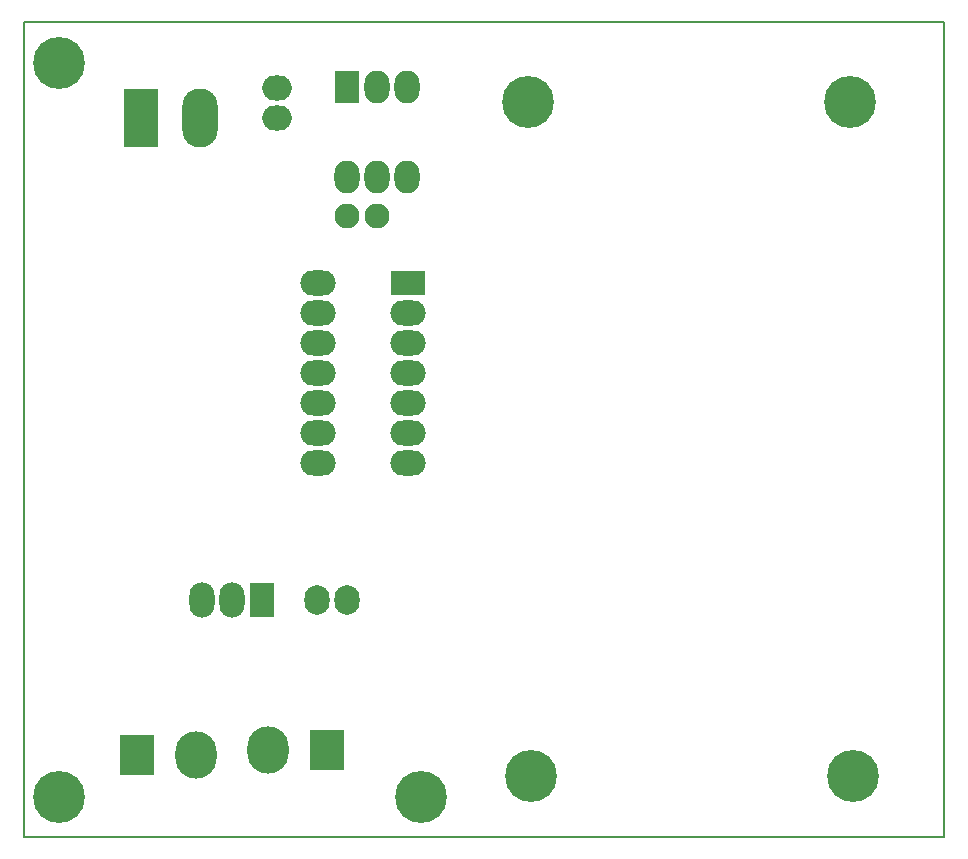
<source format=gbr>
%TF.GenerationSoftware,KiCad,Pcbnew,6.0.11+dfsg-1*%
%TF.CreationDate,2023-05-08T11:30:47-05:00*%
%TF.ProjectId,lights_control,6c696768-7473-45f6-936f-6e74726f6c2e,rev?*%
%TF.SameCoordinates,Original*%
%TF.FileFunction,Copper,L2,Bot*%
%TF.FilePolarity,Positive*%
%FSLAX46Y46*%
G04 Gerber Fmt 4.6, Leading zero omitted, Abs format (unit mm)*
G04 Created by KiCad (PCBNEW 6.0.11+dfsg-1) date 2023-05-08 11:30:47*
%MOMM*%
%LPD*%
G01*
G04 APERTURE LIST*
%TA.AperFunction,NonConductor*%
%ADD10C,0.200000*%
%TD*%
%TA.AperFunction,ComponentPad*%
%ADD11C,4.400000*%
%TD*%
%TA.AperFunction,ComponentPad*%
%ADD12R,3.000000X3.500000*%
%TD*%
%TA.AperFunction,ComponentPad*%
%ADD13O,3.500000X4.000000*%
%TD*%
%TA.AperFunction,ComponentPad*%
%ADD14R,2.125000X3.000000*%
%TD*%
%TA.AperFunction,ComponentPad*%
%ADD15O,2.125000X3.000000*%
%TD*%
%TA.AperFunction,ComponentPad*%
%ADD16O,2.500000X2.125000*%
%TD*%
%TA.AperFunction,ComponentPad*%
%ADD17R,3.000000X2.125000*%
%TD*%
%TA.AperFunction,ComponentPad*%
%ADD18O,3.000000X2.125000*%
%TD*%
%TA.AperFunction,ComponentPad*%
%ADD19O,2.125000X2.500000*%
%TD*%
%TA.AperFunction,ComponentPad*%
%ADD20R,2.125000X2.800000*%
%TD*%
%TA.AperFunction,ComponentPad*%
%ADD21O,2.125000X2.800000*%
%TD*%
%TA.AperFunction,ComponentPad*%
%ADD22C,2.125000*%
%TD*%
%TA.AperFunction,ComponentPad*%
%ADD23O,2.125000X2.125000*%
%TD*%
%TA.AperFunction,ComponentPad*%
%ADD24R,3.000000X5.000000*%
%TD*%
%TA.AperFunction,ComponentPad*%
%ADD25O,3.000000X5.000000*%
%TD*%
G04 APERTURE END LIST*
D10*
X136198810Y-121396000D02*
X58309810Y-121396000D01*
X58309810Y-121396000D02*
X58309810Y-52346000D01*
X58309810Y-52346000D02*
X136198810Y-52346000D01*
X136198810Y-52346000D02*
X136198810Y-121396000D01*
D11*
%TO.P,H3,1*%
%TO.N,N/C*%
X61285810Y-55800000D03*
%TD*%
D12*
%TO.P,12V1,1,Pin_1*%
%TO.N,12v*%
X83943310Y-113992500D03*
D13*
%TO.P,12V1,2,Pin_2*%
%TO.N,GND12V*%
X78943310Y-113992500D03*
%TD*%
D11*
%TO.P,H7,1*%
%TO.N,N/C*%
X128265810Y-59100000D03*
%TD*%
D14*
%TO.P,Q1,1,B*%
%TO.N,Net-(Q1-Pad1)*%
X78481560Y-101300000D03*
D15*
%TO.P,Q1,2,C*%
%TO.N,12v*%
X75941560Y-101300000D03*
%TO.P,Q1,3,E*%
%TO.N,Net-(OUT1-Pad1)*%
X73401560Y-101300000D03*
%TD*%
D11*
%TO.P,H5,1*%
%TO.N,N/C*%
X128465810Y-116200000D03*
%TD*%
D16*
%TO.P,R1,1*%
%TO.N,D26*%
X79685810Y-57936250D03*
%TO.P,R1,2*%
%TO.N,Net-(R1-Pad2)*%
X79685810Y-60476250D03*
%TD*%
D17*
%TO.P,U2,1*%
%TO.N,Net-(R2-Pad1)*%
X90785810Y-74475000D03*
D18*
%TO.P,U2,2*%
%TO.N,Net-(R3-Pad1)*%
X90785810Y-77015000D03*
%TO.P,U2,3*%
%TO.N,unconnected-(U2-Pad3)*%
X90785810Y-79555000D03*
%TO.P,U2,4*%
%TO.N,unconnected-(U2-Pad4)*%
X90785810Y-82095000D03*
%TO.P,U2,5*%
%TO.N,unconnected-(U2-Pad5)*%
X90785810Y-84635000D03*
%TO.P,U2,6*%
%TO.N,unconnected-(U2-Pad6)*%
X90785810Y-87175000D03*
%TO.P,U2,7,VSS*%
%TO.N,GND12V*%
X90785810Y-89715000D03*
%TO.P,U2,8*%
%TO.N,unconnected-(U2-Pad8)*%
X83165810Y-89715000D03*
%TO.P,U2,9*%
%TO.N,unconnected-(U2-Pad9)*%
X83165810Y-87175000D03*
%TO.P,U2,10*%
%TO.N,unconnected-(U2-Pad10)*%
X83165810Y-84635000D03*
%TO.P,U2,11*%
%TO.N,unconnected-(U2-Pad11)*%
X83165810Y-82095000D03*
%TO.P,U2,12*%
%TO.N,N/C*%
X83165810Y-79555000D03*
%TO.P,U2,13*%
X83165810Y-77015000D03*
%TO.P,U2,14,VDD*%
%TO.N,12v*%
X83165810Y-74475000D03*
%TD*%
D11*
%TO.P,H1,1*%
%TO.N,N/C*%
X61285810Y-118000000D03*
%TD*%
%TO.P,H2,1*%
%TO.N,N/C*%
X91885810Y-118000000D03*
%TD*%
D19*
%TO.P,R3,1*%
%TO.N,Net-(R3-Pad1)*%
X85649560Y-101300000D03*
%TO.P,R3,2*%
%TO.N,Net-(Q1-Pad1)*%
X83109560Y-101300000D03*
%TD*%
D11*
%TO.P,H4,1*%
%TO.N,N/C*%
X101185810Y-116200000D03*
%TD*%
D20*
%TO.P,U1,1*%
%TO.N,Net-(R1-Pad2)*%
X85660810Y-57900000D03*
D21*
%TO.P,U1,2*%
%TO.N,GND SIG*%
X88200810Y-57900000D03*
%TO.P,U1,3,NC*%
%TO.N,unconnected-(U1-Pad3)*%
X90740810Y-57900000D03*
%TO.P,U1,4*%
%TO.N,GND12V*%
X90740810Y-65520000D03*
%TO.P,U1,5*%
%TO.N,Net-(R2-Pad1)*%
X88200810Y-65520000D03*
%TO.P,U1,6*%
%TO.N,unconnected-(U1-Pad6)*%
X85660810Y-65520000D03*
%TD*%
D22*
%TO.P,R2,1*%
%TO.N,Net-(R2-Pad1)*%
X88205810Y-68800000D03*
D23*
%TO.P,R2,2*%
%TO.N,12v*%
X85665810Y-68800000D03*
%TD*%
D12*
%TO.P,OUT1,1,Pin_1*%
%TO.N,Net-(OUT1-Pad1)*%
X67828310Y-114407500D03*
D13*
%TO.P,OUT1,2,Pin_2*%
%TO.N,GND12V*%
X72828310Y-114407500D03*
%TD*%
D24*
%TO.P,12V2,1,Pin_1*%
%TO.N,GND SIG*%
X68185810Y-60500000D03*
D25*
%TO.P,12V2,2,Pin_2*%
%TO.N,D26*%
X73185810Y-60500000D03*
%TD*%
D11*
%TO.P,H6,1*%
%TO.N,N/C*%
X100985810Y-59100000D03*
%TD*%
M02*

</source>
